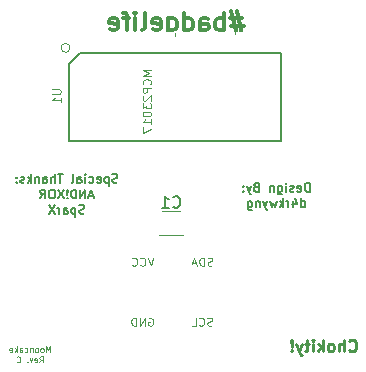
<source format=gbo>
G04 #@! TF.FileFunction,Legend,Bot*
%FSLAX46Y46*%
G04 Gerber Fmt 4.6, Leading zero omitted, Abs format (unit mm)*
G04 Created by KiCad (PCBNEW 4.0.7) date 06/13/18 11:19:53*
%MOMM*%
%LPD*%
G01*
G04 APERTURE LIST*
%ADD10C,0.100000*%
%ADD11C,0.125000*%
%ADD12C,0.250000*%
%ADD13C,0.187500*%
%ADD14C,0.300000*%
%ADD15C,0.120000*%
%ADD16C,0.152400*%
%ADD17C,0.150000*%
%ADD18C,0.050000*%
%ADD19C,2.100000*%
%ADD20O,2.100000X2.100000*%
%ADD21R,2.400000X2.000000*%
%ADD22R,1.162000X1.543000*%
G04 APERTURE END LIST*
D10*
D11*
X89484780Y-122165890D02*
X89484780Y-121665890D01*
X89318114Y-122023033D01*
X89151447Y-121665890D01*
X89151447Y-122165890D01*
X88841923Y-122165890D02*
X88889542Y-122142081D01*
X88913351Y-122118271D01*
X88937161Y-122070652D01*
X88937161Y-121927795D01*
X88913351Y-121880176D01*
X88889542Y-121856367D01*
X88841923Y-121832557D01*
X88770494Y-121832557D01*
X88722875Y-121856367D01*
X88699066Y-121880176D01*
X88675256Y-121927795D01*
X88675256Y-122070652D01*
X88699066Y-122118271D01*
X88722875Y-122142081D01*
X88770494Y-122165890D01*
X88841923Y-122165890D01*
X88389542Y-122165890D02*
X88437161Y-122142081D01*
X88460970Y-122118271D01*
X88484780Y-122070652D01*
X88484780Y-121927795D01*
X88460970Y-121880176D01*
X88437161Y-121856367D01*
X88389542Y-121832557D01*
X88318113Y-121832557D01*
X88270494Y-121856367D01*
X88246685Y-121880176D01*
X88222875Y-121927795D01*
X88222875Y-122070652D01*
X88246685Y-122118271D01*
X88270494Y-122142081D01*
X88318113Y-122165890D01*
X88389542Y-122165890D01*
X88008589Y-121832557D02*
X88008589Y-122165890D01*
X88008589Y-121880176D02*
X87984780Y-121856367D01*
X87937161Y-121832557D01*
X87865732Y-121832557D01*
X87818113Y-121856367D01*
X87794304Y-121903986D01*
X87794304Y-122165890D01*
X87341923Y-122142081D02*
X87389542Y-122165890D01*
X87484780Y-122165890D01*
X87532399Y-122142081D01*
X87556208Y-122118271D01*
X87580018Y-122070652D01*
X87580018Y-121927795D01*
X87556208Y-121880176D01*
X87532399Y-121856367D01*
X87484780Y-121832557D01*
X87389542Y-121832557D01*
X87341923Y-121856367D01*
X86913352Y-122165890D02*
X86913352Y-121903986D01*
X86937161Y-121856367D01*
X86984780Y-121832557D01*
X87080018Y-121832557D01*
X87127637Y-121856367D01*
X86913352Y-122142081D02*
X86960971Y-122165890D01*
X87080018Y-122165890D01*
X87127637Y-122142081D01*
X87151447Y-122094462D01*
X87151447Y-122046843D01*
X87127637Y-121999224D01*
X87080018Y-121975414D01*
X86960971Y-121975414D01*
X86913352Y-121951605D01*
X86675256Y-122165890D02*
X86675256Y-121665890D01*
X86627637Y-121975414D02*
X86484780Y-122165890D01*
X86484780Y-121832557D02*
X86675256Y-122023033D01*
X86080018Y-122142081D02*
X86127637Y-122165890D01*
X86222875Y-122165890D01*
X86270494Y-122142081D01*
X86294304Y-122094462D01*
X86294304Y-121903986D01*
X86270494Y-121856367D01*
X86222875Y-121832557D01*
X86127637Y-121832557D01*
X86080018Y-121856367D01*
X86056209Y-121903986D01*
X86056209Y-121951605D01*
X86294304Y-121999224D01*
X88591923Y-123040890D02*
X88758590Y-122802795D01*
X88877637Y-123040890D02*
X88877637Y-122540890D01*
X88687161Y-122540890D01*
X88639542Y-122564700D01*
X88615733Y-122588510D01*
X88591923Y-122636129D01*
X88591923Y-122707557D01*
X88615733Y-122755176D01*
X88639542Y-122778986D01*
X88687161Y-122802795D01*
X88877637Y-122802795D01*
X88187161Y-123017081D02*
X88234780Y-123040890D01*
X88330018Y-123040890D01*
X88377637Y-123017081D01*
X88401447Y-122969462D01*
X88401447Y-122778986D01*
X88377637Y-122731367D01*
X88330018Y-122707557D01*
X88234780Y-122707557D01*
X88187161Y-122731367D01*
X88163352Y-122778986D01*
X88163352Y-122826605D01*
X88401447Y-122874224D01*
X87996685Y-122707557D02*
X87877638Y-123040890D01*
X87758590Y-122707557D01*
X87568114Y-122993271D02*
X87544305Y-123017081D01*
X87568114Y-123040890D01*
X87591924Y-123017081D01*
X87568114Y-122993271D01*
X87568114Y-123040890D01*
X86663353Y-122993271D02*
X86687163Y-123017081D01*
X86758591Y-123040890D01*
X86806210Y-123040890D01*
X86877639Y-123017081D01*
X86925258Y-122969462D01*
X86949067Y-122921843D01*
X86972877Y-122826605D01*
X86972877Y-122755176D01*
X86949067Y-122659938D01*
X86925258Y-122612319D01*
X86877639Y-122564700D01*
X86806210Y-122540890D01*
X86758591Y-122540890D01*
X86687163Y-122564700D01*
X86663353Y-122588510D01*
D12*
X114807097Y-122012983D02*
X114854716Y-122060602D01*
X114997573Y-122108221D01*
X115092811Y-122108221D01*
X115235669Y-122060602D01*
X115330907Y-121965364D01*
X115378526Y-121870126D01*
X115426145Y-121679650D01*
X115426145Y-121536792D01*
X115378526Y-121346316D01*
X115330907Y-121251078D01*
X115235669Y-121155840D01*
X115092811Y-121108221D01*
X114997573Y-121108221D01*
X114854716Y-121155840D01*
X114807097Y-121203459D01*
X114378526Y-122108221D02*
X114378526Y-121108221D01*
X113949954Y-122108221D02*
X113949954Y-121584411D01*
X113997573Y-121489173D01*
X114092811Y-121441554D01*
X114235669Y-121441554D01*
X114330907Y-121489173D01*
X114378526Y-121536792D01*
X113330907Y-122108221D02*
X113426145Y-122060602D01*
X113473764Y-122012983D01*
X113521383Y-121917745D01*
X113521383Y-121632030D01*
X113473764Y-121536792D01*
X113426145Y-121489173D01*
X113330907Y-121441554D01*
X113188049Y-121441554D01*
X113092811Y-121489173D01*
X113045192Y-121536792D01*
X112997573Y-121632030D01*
X112997573Y-121917745D01*
X113045192Y-122012983D01*
X113092811Y-122060602D01*
X113188049Y-122108221D01*
X113330907Y-122108221D01*
X112569002Y-122108221D02*
X112569002Y-121108221D01*
X112473764Y-121727269D02*
X112188049Y-122108221D01*
X112188049Y-121441554D02*
X112569002Y-121822507D01*
X111759478Y-122108221D02*
X111759478Y-121441554D01*
X111759478Y-121108221D02*
X111807097Y-121155840D01*
X111759478Y-121203459D01*
X111711859Y-121155840D01*
X111759478Y-121108221D01*
X111759478Y-121203459D01*
X111426145Y-121441554D02*
X111045193Y-121441554D01*
X111283288Y-121108221D02*
X111283288Y-121965364D01*
X111235669Y-122060602D01*
X111140431Y-122108221D01*
X111045193Y-122108221D01*
X110807097Y-121441554D02*
X110569002Y-122108221D01*
X110330906Y-121441554D02*
X110569002Y-122108221D01*
X110664240Y-122346316D01*
X110711859Y-122393935D01*
X110807097Y-122441554D01*
X109949954Y-122012983D02*
X109902335Y-122060602D01*
X109949954Y-122108221D01*
X109997573Y-122060602D01*
X109949954Y-122012983D01*
X109949954Y-122108221D01*
X109949954Y-121727269D02*
X109997573Y-121155840D01*
X109949954Y-121108221D01*
X109902335Y-121155840D01*
X109949954Y-121727269D01*
X109949954Y-121108221D01*
D13*
X111464772Y-108572836D02*
X111464772Y-107822836D01*
X111286200Y-107822836D01*
X111179057Y-107858550D01*
X111107629Y-107929979D01*
X111071914Y-108001407D01*
X111036200Y-108144264D01*
X111036200Y-108251407D01*
X111071914Y-108394264D01*
X111107629Y-108465693D01*
X111179057Y-108537121D01*
X111286200Y-108572836D01*
X111464772Y-108572836D01*
X110429057Y-108537121D02*
X110500486Y-108572836D01*
X110643343Y-108572836D01*
X110714772Y-108537121D01*
X110750486Y-108465693D01*
X110750486Y-108179979D01*
X110714772Y-108108550D01*
X110643343Y-108072836D01*
X110500486Y-108072836D01*
X110429057Y-108108550D01*
X110393343Y-108179979D01*
X110393343Y-108251407D01*
X110750486Y-108322836D01*
X110107629Y-108537121D02*
X110036200Y-108572836D01*
X109893343Y-108572836D01*
X109821915Y-108537121D01*
X109786200Y-108465693D01*
X109786200Y-108429979D01*
X109821915Y-108358550D01*
X109893343Y-108322836D01*
X110000486Y-108322836D01*
X110071915Y-108287121D01*
X110107629Y-108215693D01*
X110107629Y-108179979D01*
X110071915Y-108108550D01*
X110000486Y-108072836D01*
X109893343Y-108072836D01*
X109821915Y-108108550D01*
X109464772Y-108572836D02*
X109464772Y-108072836D01*
X109464772Y-107822836D02*
X109500486Y-107858550D01*
X109464772Y-107894264D01*
X109429057Y-107858550D01*
X109464772Y-107822836D01*
X109464772Y-107894264D01*
X108786200Y-108072836D02*
X108786200Y-108679979D01*
X108821914Y-108751407D01*
X108857629Y-108787121D01*
X108929057Y-108822836D01*
X109036200Y-108822836D01*
X109107629Y-108787121D01*
X108786200Y-108537121D02*
X108857629Y-108572836D01*
X109000486Y-108572836D01*
X109071914Y-108537121D01*
X109107629Y-108501407D01*
X109143343Y-108429979D01*
X109143343Y-108215693D01*
X109107629Y-108144264D01*
X109071914Y-108108550D01*
X109000486Y-108072836D01*
X108857629Y-108072836D01*
X108786200Y-108108550D01*
X108429058Y-108072836D02*
X108429058Y-108572836D01*
X108429058Y-108144264D02*
X108393343Y-108108550D01*
X108321915Y-108072836D01*
X108214772Y-108072836D01*
X108143343Y-108108550D01*
X108107629Y-108179979D01*
X108107629Y-108572836D01*
X106929058Y-108179979D02*
X106821915Y-108215693D01*
X106786200Y-108251407D01*
X106750486Y-108322836D01*
X106750486Y-108429979D01*
X106786200Y-108501407D01*
X106821915Y-108537121D01*
X106893343Y-108572836D01*
X107179058Y-108572836D01*
X107179058Y-107822836D01*
X106929058Y-107822836D01*
X106857629Y-107858550D01*
X106821915Y-107894264D01*
X106786200Y-107965693D01*
X106786200Y-108037121D01*
X106821915Y-108108550D01*
X106857629Y-108144264D01*
X106929058Y-108179979D01*
X107179058Y-108179979D01*
X106500486Y-108072836D02*
X106321915Y-108572836D01*
X106143343Y-108072836D02*
X106321915Y-108572836D01*
X106393343Y-108751407D01*
X106429058Y-108787121D01*
X106500486Y-108822836D01*
X105857629Y-108501407D02*
X105821914Y-108537121D01*
X105857629Y-108572836D01*
X105893343Y-108537121D01*
X105857629Y-108501407D01*
X105857629Y-108572836D01*
X105857629Y-108108550D02*
X105821914Y-108144264D01*
X105857629Y-108179979D01*
X105893343Y-108144264D01*
X105857629Y-108108550D01*
X105857629Y-108179979D01*
X110750485Y-109885336D02*
X110750485Y-109135336D01*
X110750485Y-109849621D02*
X110821914Y-109885336D01*
X110964771Y-109885336D01*
X111036199Y-109849621D01*
X111071914Y-109813907D01*
X111107628Y-109742479D01*
X111107628Y-109528193D01*
X111071914Y-109456764D01*
X111036199Y-109421050D01*
X110964771Y-109385336D01*
X110821914Y-109385336D01*
X110750485Y-109421050D01*
X110071914Y-109385336D02*
X110071914Y-109885336D01*
X110250485Y-109099621D02*
X110429057Y-109635336D01*
X109964771Y-109635336D01*
X109679057Y-109885336D02*
X109679057Y-109385336D01*
X109679057Y-109528193D02*
X109643342Y-109456764D01*
X109607628Y-109421050D01*
X109536199Y-109385336D01*
X109464771Y-109385336D01*
X109214771Y-109885336D02*
X109214771Y-109135336D01*
X109143342Y-109599621D02*
X108929056Y-109885336D01*
X108929056Y-109385336D02*
X109214771Y-109671050D01*
X108679056Y-109385336D02*
X108536199Y-109885336D01*
X108393342Y-109528193D01*
X108250485Y-109885336D01*
X108107628Y-109385336D01*
X107893342Y-109385336D02*
X107714771Y-109885336D01*
X107536199Y-109385336D02*
X107714771Y-109885336D01*
X107786199Y-110063907D01*
X107821914Y-110099621D01*
X107893342Y-110135336D01*
X107250485Y-109385336D02*
X107250485Y-109885336D01*
X107250485Y-109456764D02*
X107214770Y-109421050D01*
X107143342Y-109385336D01*
X107036199Y-109385336D01*
X106964770Y-109421050D01*
X106929056Y-109492479D01*
X106929056Y-109885336D01*
X106250485Y-109385336D02*
X106250485Y-109992479D01*
X106286199Y-110063907D01*
X106321914Y-110099621D01*
X106393342Y-110135336D01*
X106500485Y-110135336D01*
X106571914Y-110099621D01*
X106250485Y-109849621D02*
X106321914Y-109885336D01*
X106464771Y-109885336D01*
X106536199Y-109849621D01*
X106571914Y-109813907D01*
X106607628Y-109742479D01*
X106607628Y-109528193D01*
X106571914Y-109456764D01*
X106536199Y-109421050D01*
X106464771Y-109385336D01*
X106321914Y-109385336D01*
X106250485Y-109421050D01*
X95192314Y-107804671D02*
X95085171Y-107840386D01*
X94906600Y-107840386D01*
X94835171Y-107804671D01*
X94799457Y-107768957D01*
X94763742Y-107697529D01*
X94763742Y-107626100D01*
X94799457Y-107554671D01*
X94835171Y-107518957D01*
X94906600Y-107483243D01*
X95049457Y-107447529D01*
X95120885Y-107411814D01*
X95156600Y-107376100D01*
X95192314Y-107304671D01*
X95192314Y-107233243D01*
X95156600Y-107161814D01*
X95120885Y-107126100D01*
X95049457Y-107090386D01*
X94870885Y-107090386D01*
X94763742Y-107126100D01*
X94442314Y-107340386D02*
X94442314Y-108090386D01*
X94442314Y-107376100D02*
X94370885Y-107340386D01*
X94228028Y-107340386D01*
X94156599Y-107376100D01*
X94120885Y-107411814D01*
X94085171Y-107483243D01*
X94085171Y-107697529D01*
X94120885Y-107768957D01*
X94156599Y-107804671D01*
X94228028Y-107840386D01*
X94370885Y-107840386D01*
X94442314Y-107804671D01*
X93478028Y-107804671D02*
X93549457Y-107840386D01*
X93692314Y-107840386D01*
X93763743Y-107804671D01*
X93799457Y-107733243D01*
X93799457Y-107447529D01*
X93763743Y-107376100D01*
X93692314Y-107340386D01*
X93549457Y-107340386D01*
X93478028Y-107376100D01*
X93442314Y-107447529D01*
X93442314Y-107518957D01*
X93799457Y-107590386D01*
X92799457Y-107804671D02*
X92870886Y-107840386D01*
X93013743Y-107840386D01*
X93085171Y-107804671D01*
X93120886Y-107768957D01*
X93156600Y-107697529D01*
X93156600Y-107483243D01*
X93120886Y-107411814D01*
X93085171Y-107376100D01*
X93013743Y-107340386D01*
X92870886Y-107340386D01*
X92799457Y-107376100D01*
X92478029Y-107840386D02*
X92478029Y-107340386D01*
X92478029Y-107090386D02*
X92513743Y-107126100D01*
X92478029Y-107161814D01*
X92442314Y-107126100D01*
X92478029Y-107090386D01*
X92478029Y-107161814D01*
X91799457Y-107840386D02*
X91799457Y-107447529D01*
X91835171Y-107376100D01*
X91906600Y-107340386D01*
X92049457Y-107340386D01*
X92120886Y-107376100D01*
X91799457Y-107804671D02*
X91870886Y-107840386D01*
X92049457Y-107840386D01*
X92120886Y-107804671D01*
X92156600Y-107733243D01*
X92156600Y-107661814D01*
X92120886Y-107590386D01*
X92049457Y-107554671D01*
X91870886Y-107554671D01*
X91799457Y-107518957D01*
X91335172Y-107840386D02*
X91406600Y-107804671D01*
X91442315Y-107733243D01*
X91442315Y-107090386D01*
X90585171Y-107090386D02*
X90156600Y-107090386D01*
X90370886Y-107840386D02*
X90370886Y-107090386D01*
X89906600Y-107840386D02*
X89906600Y-107090386D01*
X89585171Y-107840386D02*
X89585171Y-107447529D01*
X89620885Y-107376100D01*
X89692314Y-107340386D01*
X89799457Y-107340386D01*
X89870885Y-107376100D01*
X89906600Y-107411814D01*
X88906600Y-107840386D02*
X88906600Y-107447529D01*
X88942314Y-107376100D01*
X89013743Y-107340386D01*
X89156600Y-107340386D01*
X89228029Y-107376100D01*
X88906600Y-107804671D02*
X88978029Y-107840386D01*
X89156600Y-107840386D01*
X89228029Y-107804671D01*
X89263743Y-107733243D01*
X89263743Y-107661814D01*
X89228029Y-107590386D01*
X89156600Y-107554671D01*
X88978029Y-107554671D01*
X88906600Y-107518957D01*
X88549458Y-107340386D02*
X88549458Y-107840386D01*
X88549458Y-107411814D02*
X88513743Y-107376100D01*
X88442315Y-107340386D01*
X88335172Y-107340386D01*
X88263743Y-107376100D01*
X88228029Y-107447529D01*
X88228029Y-107840386D01*
X87870887Y-107840386D02*
X87870887Y-107090386D01*
X87799458Y-107554671D02*
X87585172Y-107840386D01*
X87585172Y-107340386D02*
X87870887Y-107626100D01*
X87299458Y-107804671D02*
X87228029Y-107840386D01*
X87085172Y-107840386D01*
X87013744Y-107804671D01*
X86978029Y-107733243D01*
X86978029Y-107697529D01*
X87013744Y-107626100D01*
X87085172Y-107590386D01*
X87192315Y-107590386D01*
X87263744Y-107554671D01*
X87299458Y-107483243D01*
X87299458Y-107447529D01*
X87263744Y-107376100D01*
X87192315Y-107340386D01*
X87085172Y-107340386D01*
X87013744Y-107376100D01*
X86656601Y-107768957D02*
X86620886Y-107804671D01*
X86656601Y-107840386D01*
X86692315Y-107804671D01*
X86656601Y-107768957D01*
X86656601Y-107840386D01*
X86656601Y-107376100D02*
X86620886Y-107411814D01*
X86656601Y-107447529D01*
X86692315Y-107411814D01*
X86656601Y-107376100D01*
X86656601Y-107447529D01*
X93156600Y-108938600D02*
X92799457Y-108938600D01*
X93228028Y-109152886D02*
X92978028Y-108402886D01*
X92728028Y-109152886D01*
X92478029Y-109152886D02*
X92478029Y-108402886D01*
X92049457Y-109152886D01*
X92049457Y-108402886D01*
X91692315Y-109152886D02*
X91692315Y-108402886D01*
X91513743Y-108402886D01*
X91406600Y-108438600D01*
X91335172Y-108510029D01*
X91299457Y-108581457D01*
X91263743Y-108724314D01*
X91263743Y-108831457D01*
X91299457Y-108974314D01*
X91335172Y-109045743D01*
X91406600Y-109117171D01*
X91513743Y-109152886D01*
X91692315Y-109152886D01*
X90942315Y-109081457D02*
X90906600Y-109117171D01*
X90942315Y-109152886D01*
X90978029Y-109117171D01*
X90942315Y-109081457D01*
X90942315Y-109152886D01*
X90942315Y-108867171D02*
X90978029Y-108438600D01*
X90942315Y-108402886D01*
X90906600Y-108438600D01*
X90942315Y-108867171D01*
X90942315Y-108402886D01*
X90656600Y-108402886D02*
X90156600Y-109152886D01*
X90156600Y-108402886D02*
X90656600Y-109152886D01*
X89728028Y-108402886D02*
X89585171Y-108402886D01*
X89513743Y-108438600D01*
X89442314Y-108510029D01*
X89406600Y-108652886D01*
X89406600Y-108902886D01*
X89442314Y-109045743D01*
X89513743Y-109117171D01*
X89585171Y-109152886D01*
X89728028Y-109152886D01*
X89799457Y-109117171D01*
X89870886Y-109045743D01*
X89906600Y-108902886D01*
X89906600Y-108652886D01*
X89870886Y-108510029D01*
X89799457Y-108438600D01*
X89728028Y-108402886D01*
X88656600Y-109152886D02*
X88906600Y-108795743D01*
X89085172Y-109152886D02*
X89085172Y-108402886D01*
X88799457Y-108402886D01*
X88728029Y-108438600D01*
X88692314Y-108474314D01*
X88656600Y-108545743D01*
X88656600Y-108652886D01*
X88692314Y-108724314D01*
X88728029Y-108760029D01*
X88799457Y-108795743D01*
X89085172Y-108795743D01*
X92388743Y-110429671D02*
X92281600Y-110465386D01*
X92103029Y-110465386D01*
X92031600Y-110429671D01*
X91995886Y-110393957D01*
X91960171Y-110322529D01*
X91960171Y-110251100D01*
X91995886Y-110179671D01*
X92031600Y-110143957D01*
X92103029Y-110108243D01*
X92245886Y-110072529D01*
X92317314Y-110036814D01*
X92353029Y-110001100D01*
X92388743Y-109929671D01*
X92388743Y-109858243D01*
X92353029Y-109786814D01*
X92317314Y-109751100D01*
X92245886Y-109715386D01*
X92067314Y-109715386D01*
X91960171Y-109751100D01*
X91638743Y-109965386D02*
X91638743Y-110715386D01*
X91638743Y-110001100D02*
X91567314Y-109965386D01*
X91424457Y-109965386D01*
X91353028Y-110001100D01*
X91317314Y-110036814D01*
X91281600Y-110108243D01*
X91281600Y-110322529D01*
X91317314Y-110393957D01*
X91353028Y-110429671D01*
X91424457Y-110465386D01*
X91567314Y-110465386D01*
X91638743Y-110429671D01*
X90638743Y-110465386D02*
X90638743Y-110072529D01*
X90674457Y-110001100D01*
X90745886Y-109965386D01*
X90888743Y-109965386D01*
X90960172Y-110001100D01*
X90638743Y-110429671D02*
X90710172Y-110465386D01*
X90888743Y-110465386D01*
X90960172Y-110429671D01*
X90995886Y-110358243D01*
X90995886Y-110286814D01*
X90960172Y-110215386D01*
X90888743Y-110179671D01*
X90710172Y-110179671D01*
X90638743Y-110143957D01*
X90281601Y-110465386D02*
X90281601Y-109965386D01*
X90281601Y-110108243D02*
X90245886Y-110036814D01*
X90210172Y-110001100D01*
X90138743Y-109965386D01*
X90067315Y-109965386D01*
X89888743Y-109715386D02*
X89388743Y-110465386D01*
X89388743Y-109715386D02*
X89888743Y-110465386D01*
D14*
X105779817Y-93922731D02*
X104708388Y-93922731D01*
X105351245Y-93279874D02*
X105779817Y-95208446D01*
X104851245Y-94565589D02*
X105922674Y-94565589D01*
X105279817Y-95208446D02*
X104851245Y-93279874D01*
X104208388Y-94922731D02*
X104208388Y-93422731D01*
X104208388Y-93994160D02*
X104065531Y-93922731D01*
X103779817Y-93922731D01*
X103636960Y-93994160D01*
X103565531Y-94065589D01*
X103494102Y-94208446D01*
X103494102Y-94637017D01*
X103565531Y-94779874D01*
X103636960Y-94851303D01*
X103779817Y-94922731D01*
X104065531Y-94922731D01*
X104208388Y-94851303D01*
X102208388Y-94922731D02*
X102208388Y-94137017D01*
X102279817Y-93994160D01*
X102422674Y-93922731D01*
X102708388Y-93922731D01*
X102851245Y-93994160D01*
X102208388Y-94851303D02*
X102351245Y-94922731D01*
X102708388Y-94922731D01*
X102851245Y-94851303D01*
X102922674Y-94708446D01*
X102922674Y-94565589D01*
X102851245Y-94422731D01*
X102708388Y-94351303D01*
X102351245Y-94351303D01*
X102208388Y-94279874D01*
X100851245Y-94922731D02*
X100851245Y-93422731D01*
X100851245Y-94851303D02*
X100994102Y-94922731D01*
X101279816Y-94922731D01*
X101422674Y-94851303D01*
X101494102Y-94779874D01*
X101565531Y-94637017D01*
X101565531Y-94208446D01*
X101494102Y-94065589D01*
X101422674Y-93994160D01*
X101279816Y-93922731D01*
X100994102Y-93922731D01*
X100851245Y-93994160D01*
X99494102Y-93922731D02*
X99494102Y-95137017D01*
X99565531Y-95279874D01*
X99636959Y-95351303D01*
X99779816Y-95422731D01*
X99994102Y-95422731D01*
X100136959Y-95351303D01*
X99494102Y-94851303D02*
X99636959Y-94922731D01*
X99922673Y-94922731D01*
X100065531Y-94851303D01*
X100136959Y-94779874D01*
X100208388Y-94637017D01*
X100208388Y-94208446D01*
X100136959Y-94065589D01*
X100065531Y-93994160D01*
X99922673Y-93922731D01*
X99636959Y-93922731D01*
X99494102Y-93994160D01*
X98208388Y-94851303D02*
X98351245Y-94922731D01*
X98636959Y-94922731D01*
X98779816Y-94851303D01*
X98851245Y-94708446D01*
X98851245Y-94137017D01*
X98779816Y-93994160D01*
X98636959Y-93922731D01*
X98351245Y-93922731D01*
X98208388Y-93994160D01*
X98136959Y-94137017D01*
X98136959Y-94279874D01*
X98851245Y-94422731D01*
X97279816Y-94922731D02*
X97422674Y-94851303D01*
X97494102Y-94708446D01*
X97494102Y-93422731D01*
X96708388Y-94922731D02*
X96708388Y-93922731D01*
X96708388Y-93422731D02*
X96779817Y-93494160D01*
X96708388Y-93565589D01*
X96636960Y-93494160D01*
X96708388Y-93422731D01*
X96708388Y-93565589D01*
X96208388Y-93922731D02*
X95636959Y-93922731D01*
X95994102Y-94922731D02*
X95994102Y-93637017D01*
X95922674Y-93494160D01*
X95779816Y-93422731D01*
X95636959Y-93422731D01*
X94565531Y-94851303D02*
X94708388Y-94922731D01*
X94994102Y-94922731D01*
X95136959Y-94851303D01*
X95208388Y-94708446D01*
X95208388Y-94137017D01*
X95136959Y-93994160D01*
X94994102Y-93922731D01*
X94708388Y-93922731D01*
X94565531Y-93994160D01*
X94494102Y-94137017D01*
X94494102Y-94279874D01*
X95208388Y-94422731D01*
D15*
X98745800Y-110232000D02*
X100745800Y-110232000D01*
X100745800Y-112272000D02*
X98745800Y-112272000D01*
D16*
X91126000Y-104334000D02*
X91126000Y-97736030D01*
X91126000Y-97736030D02*
X92028030Y-96834000D01*
X92028030Y-96834000D02*
X109026000Y-96834000D01*
X109026000Y-96834000D02*
X109026000Y-104334000D01*
X109026000Y-104334000D02*
X91126000Y-104334000D01*
D10*
X91182000Y-96409000D02*
G75*
G03X91182000Y-96409000I-381000J0D01*
G01*
X103227240Y-114827173D02*
X103127240Y-114860507D01*
X102960573Y-114860507D01*
X102893906Y-114827173D01*
X102860573Y-114793840D01*
X102827240Y-114727173D01*
X102827240Y-114660507D01*
X102860573Y-114593840D01*
X102893906Y-114560507D01*
X102960573Y-114527173D01*
X103093906Y-114493840D01*
X103160573Y-114460507D01*
X103193906Y-114427173D01*
X103227240Y-114360507D01*
X103227240Y-114293840D01*
X103193906Y-114227173D01*
X103160573Y-114193840D01*
X103093906Y-114160507D01*
X102927240Y-114160507D01*
X102827240Y-114193840D01*
X102527239Y-114860507D02*
X102527239Y-114160507D01*
X102360573Y-114160507D01*
X102260573Y-114193840D01*
X102193906Y-114260507D01*
X102160573Y-114327173D01*
X102127239Y-114460507D01*
X102127239Y-114560507D01*
X102160573Y-114693840D01*
X102193906Y-114760507D01*
X102260573Y-114827173D01*
X102360573Y-114860507D01*
X102527239Y-114860507D01*
X101860573Y-114660507D02*
X101527239Y-114660507D01*
X101927239Y-114860507D02*
X101693906Y-114160507D01*
X101460573Y-114860507D01*
X103210574Y-119907173D02*
X103110574Y-119940507D01*
X102943907Y-119940507D01*
X102877240Y-119907173D01*
X102843907Y-119873840D01*
X102810574Y-119807173D01*
X102810574Y-119740507D01*
X102843907Y-119673840D01*
X102877240Y-119640507D01*
X102943907Y-119607173D01*
X103077240Y-119573840D01*
X103143907Y-119540507D01*
X103177240Y-119507173D01*
X103210574Y-119440507D01*
X103210574Y-119373840D01*
X103177240Y-119307173D01*
X103143907Y-119273840D01*
X103077240Y-119240507D01*
X102910574Y-119240507D01*
X102810574Y-119273840D01*
X102110573Y-119873840D02*
X102143907Y-119907173D01*
X102243907Y-119940507D01*
X102310573Y-119940507D01*
X102410573Y-119907173D01*
X102477240Y-119840507D01*
X102510573Y-119773840D01*
X102543907Y-119640507D01*
X102543907Y-119540507D01*
X102510573Y-119407173D01*
X102477240Y-119340507D01*
X102410573Y-119273840D01*
X102310573Y-119240507D01*
X102243907Y-119240507D01*
X102143907Y-119273840D01*
X102110573Y-119307173D01*
X101477240Y-119940507D02*
X101810573Y-119940507D01*
X101810573Y-119240507D01*
X97830573Y-119273840D02*
X97897239Y-119240507D01*
X97997239Y-119240507D01*
X98097239Y-119273840D01*
X98163906Y-119340507D01*
X98197239Y-119407173D01*
X98230573Y-119540507D01*
X98230573Y-119640507D01*
X98197239Y-119773840D01*
X98163906Y-119840507D01*
X98097239Y-119907173D01*
X97997239Y-119940507D01*
X97930573Y-119940507D01*
X97830573Y-119907173D01*
X97797239Y-119873840D01*
X97797239Y-119640507D01*
X97930573Y-119640507D01*
X97497239Y-119940507D02*
X97497239Y-119240507D01*
X97097239Y-119940507D01*
X97097239Y-119240507D01*
X96763906Y-119940507D02*
X96763906Y-119240507D01*
X96597240Y-119240507D01*
X96497240Y-119273840D01*
X96430573Y-119340507D01*
X96397240Y-119407173D01*
X96363906Y-119540507D01*
X96363906Y-119640507D01*
X96397240Y-119773840D01*
X96430573Y-119840507D01*
X96497240Y-119907173D01*
X96597240Y-119940507D01*
X96763906Y-119940507D01*
X98230573Y-114160507D02*
X97997240Y-114860507D01*
X97763907Y-114160507D01*
X97130573Y-114793840D02*
X97163907Y-114827173D01*
X97263907Y-114860507D01*
X97330573Y-114860507D01*
X97430573Y-114827173D01*
X97497240Y-114760507D01*
X97530573Y-114693840D01*
X97563907Y-114560507D01*
X97563907Y-114460507D01*
X97530573Y-114327173D01*
X97497240Y-114260507D01*
X97430573Y-114193840D01*
X97330573Y-114160507D01*
X97263907Y-114160507D01*
X97163907Y-114193840D01*
X97130573Y-114227173D01*
X96430573Y-114793840D02*
X96463907Y-114827173D01*
X96563907Y-114860507D01*
X96630573Y-114860507D01*
X96730573Y-114827173D01*
X96797240Y-114760507D01*
X96830573Y-114693840D01*
X96863907Y-114560507D01*
X96863907Y-114460507D01*
X96830573Y-114327173D01*
X96797240Y-114260507D01*
X96730573Y-114193840D01*
X96630573Y-114160507D01*
X96563907Y-114160507D01*
X96463907Y-114193840D01*
X96430573Y-114227173D01*
D17*
X99912466Y-109859143D02*
X99960085Y-109906762D01*
X100102942Y-109954381D01*
X100198180Y-109954381D01*
X100341038Y-109906762D01*
X100436276Y-109811524D01*
X100483895Y-109716286D01*
X100531514Y-109525810D01*
X100531514Y-109382952D01*
X100483895Y-109192476D01*
X100436276Y-109097238D01*
X100341038Y-109002000D01*
X100198180Y-108954381D01*
X100102942Y-108954381D01*
X99960085Y-109002000D01*
X99912466Y-109049619D01*
X98960085Y-109954381D02*
X99531514Y-109954381D01*
X99245800Y-109954381D02*
X99245800Y-108954381D01*
X99341038Y-109097238D01*
X99436276Y-109192476D01*
X99531514Y-109240095D01*
D18*
X89684433Y-99921191D02*
X90253219Y-99921191D01*
X90320135Y-99954649D01*
X90353593Y-99988107D01*
X90387051Y-100055023D01*
X90387051Y-100188855D01*
X90353593Y-100255771D01*
X90320135Y-100289229D01*
X90253219Y-100322687D01*
X89684433Y-100322687D01*
X90387051Y-101025305D02*
X90387051Y-100623809D01*
X90387051Y-100824557D02*
X89684433Y-100824557D01*
X89784807Y-100757641D01*
X89851723Y-100690725D01*
X89885181Y-100623809D01*
X98037880Y-98295560D02*
X97336059Y-98295560D01*
X97837360Y-98529501D01*
X97336059Y-98763441D01*
X98037880Y-98763441D01*
X97971040Y-99498682D02*
X98004460Y-99465262D01*
X98037880Y-99365002D01*
X98037880Y-99298162D01*
X98004460Y-99197901D01*
X97937620Y-99131061D01*
X97870780Y-99097641D01*
X97737100Y-99064221D01*
X97636839Y-99064221D01*
X97503159Y-99097641D01*
X97436319Y-99131061D01*
X97369479Y-99197901D01*
X97336059Y-99298162D01*
X97336059Y-99365002D01*
X97369479Y-99465262D01*
X97402899Y-99498682D01*
X98037880Y-99799462D02*
X97336059Y-99799462D01*
X97336059Y-100066823D01*
X97369479Y-100133663D01*
X97402899Y-100167083D01*
X97469739Y-100200503D01*
X97569999Y-100200503D01*
X97636839Y-100167083D01*
X97670259Y-100133663D01*
X97703679Y-100066823D01*
X97703679Y-99799462D01*
X97402899Y-100467863D02*
X97369479Y-100501283D01*
X97336059Y-100568123D01*
X97336059Y-100735224D01*
X97369479Y-100802064D01*
X97402899Y-100835484D01*
X97469739Y-100868904D01*
X97536579Y-100868904D01*
X97636839Y-100835484D01*
X98037880Y-100434443D01*
X98037880Y-100868904D01*
X97336059Y-101102844D02*
X97336059Y-101537305D01*
X97603419Y-101303364D01*
X97603419Y-101403625D01*
X97636839Y-101470465D01*
X97670259Y-101503885D01*
X97737100Y-101537305D01*
X97904200Y-101537305D01*
X97971040Y-101503885D01*
X98004460Y-101470465D01*
X98037880Y-101403625D01*
X98037880Y-101203104D01*
X98004460Y-101136264D01*
X97971040Y-101102844D01*
X97336059Y-101971765D02*
X97336059Y-102038606D01*
X97369479Y-102105446D01*
X97402899Y-102138866D01*
X97469739Y-102172286D01*
X97603419Y-102205706D01*
X97770520Y-102205706D01*
X97904200Y-102172286D01*
X97971040Y-102138866D01*
X98004460Y-102105446D01*
X98037880Y-102038606D01*
X98037880Y-101971765D01*
X98004460Y-101904925D01*
X97971040Y-101871505D01*
X97904200Y-101838085D01*
X97770520Y-101804665D01*
X97603419Y-101804665D01*
X97469739Y-101838085D01*
X97402899Y-101871505D01*
X97369479Y-101904925D01*
X97336059Y-101971765D01*
X98037880Y-102874107D02*
X98037880Y-102473066D01*
X98037880Y-102673586D02*
X97336059Y-102673586D01*
X97436319Y-102606746D01*
X97503159Y-102539906D01*
X97536579Y-102473066D01*
X97336059Y-103108047D02*
X97336059Y-103575928D01*
X98037880Y-103275147D01*
%LPC*%
D19*
X101107240Y-115813840D03*
D20*
X101107240Y-118353840D03*
X98567240Y-115813840D03*
X98567240Y-118353840D03*
D10*
G36*
X118360280Y-108754796D02*
X119845204Y-110239720D01*
X118148148Y-111936776D01*
X116663224Y-110451852D01*
X118360280Y-108754796D01*
X118360280Y-108754796D01*
G37*
G36*
X115531852Y-111583224D02*
X117016776Y-113068148D01*
X115319720Y-114765204D01*
X113834796Y-113280280D01*
X115531852Y-111583224D01*
X115531852Y-111583224D01*
G37*
G36*
X112502895Y-114568359D02*
X113221137Y-116541713D01*
X110965875Y-117362561D01*
X110247633Y-115389207D01*
X112502895Y-114568359D01*
X112502895Y-114568359D01*
G37*
G36*
X108744125Y-115936439D02*
X109462367Y-117909793D01*
X107207105Y-118730641D01*
X106488863Y-116757287D01*
X108744125Y-115936439D01*
X108744125Y-115936439D01*
G37*
G36*
X120182572Y-100952011D02*
X122262135Y-101244274D01*
X121928120Y-103620917D01*
X119848557Y-103328654D01*
X120182572Y-100952011D01*
X120182572Y-100952011D01*
G37*
G36*
X119625880Y-104913083D02*
X121705443Y-105205346D01*
X121371428Y-107581989D01*
X119291865Y-107289726D01*
X119625880Y-104913083D01*
X119625880Y-104913083D01*
G37*
G36*
X116823596Y-93679513D02*
X118677786Y-92693623D01*
X119804518Y-94812697D01*
X117950328Y-95798587D01*
X116823596Y-93679513D01*
X116823596Y-93679513D01*
G37*
G36*
X118701482Y-97211303D02*
X120555672Y-96225413D01*
X121682404Y-98344487D01*
X119828214Y-99330377D01*
X118701482Y-97211303D01*
X118701482Y-97211303D01*
G37*
G36*
X110568458Y-89194665D02*
X111772969Y-87474446D01*
X113738934Y-88851029D01*
X112534423Y-90571248D01*
X110568458Y-89194665D01*
X110568458Y-89194665D01*
G37*
G36*
X113845066Y-91488971D02*
X115049577Y-89768752D01*
X117015542Y-91145335D01*
X115811031Y-92865554D01*
X113845066Y-91488971D01*
X113845066Y-91488971D01*
G37*
G36*
X89622281Y-86898673D02*
X90672281Y-88717327D01*
X88593821Y-89917327D01*
X87543821Y-88098673D01*
X89622281Y-86898673D01*
X89622281Y-86898673D01*
G37*
G36*
X86158179Y-88898673D02*
X87208179Y-90717327D01*
X85129719Y-91917327D01*
X84079719Y-90098673D01*
X86158179Y-88898673D01*
X86158179Y-88898673D01*
G37*
G36*
X81462673Y-92207719D02*
X83281327Y-93257719D01*
X82081327Y-95336179D01*
X80262673Y-94286179D01*
X81462673Y-92207719D01*
X81462673Y-92207719D01*
G37*
G36*
X79462673Y-95671821D02*
X81281327Y-96721821D01*
X80081327Y-98800281D01*
X78262673Y-97750281D01*
X79462673Y-95671821D01*
X79462673Y-95671821D01*
G37*
G36*
X77658278Y-100662945D02*
X79726374Y-100298284D01*
X80143130Y-102661823D01*
X78075034Y-103026484D01*
X77658278Y-100662945D01*
X77658278Y-100662945D01*
G37*
G36*
X78352870Y-104602177D02*
X80420966Y-104237516D01*
X80837722Y-106601055D01*
X78769626Y-106965716D01*
X78352870Y-104602177D01*
X78352870Y-104602177D01*
G37*
G36*
X80306796Y-110239720D02*
X81791720Y-108754796D01*
X83488776Y-110451852D01*
X82003852Y-111936776D01*
X80306796Y-110239720D01*
X80306796Y-110239720D01*
G37*
G36*
X83135224Y-113068148D02*
X84620148Y-111583224D01*
X86317204Y-113280280D01*
X84832280Y-114765204D01*
X83135224Y-113068148D01*
X83135224Y-113068148D01*
G37*
G36*
X88073863Y-116732213D02*
X88792105Y-114758859D01*
X91047367Y-115579707D01*
X90329125Y-117553061D01*
X88073863Y-116732213D01*
X88073863Y-116732213D01*
G37*
G36*
X91832633Y-118100293D02*
X92550875Y-116126939D01*
X94806137Y-116947787D01*
X94087895Y-118921141D01*
X91832633Y-118100293D01*
X91832633Y-118100293D01*
G37*
D21*
X101745800Y-111252000D03*
X97745800Y-111252000D03*
D22*
X91821000Y-95834200D03*
X93091000Y-95834200D03*
X94361000Y-95834200D03*
X95631000Y-95834200D03*
X96901000Y-95834200D03*
X98171000Y-95834200D03*
X99441000Y-95834200D03*
X100711000Y-95834200D03*
X101981000Y-95834200D03*
X103251000Y-95834200D03*
X105791000Y-95834200D03*
X104521000Y-95834200D03*
X107061000Y-95834200D03*
X108331000Y-95834200D03*
X108331000Y-105359200D03*
X107061000Y-105359200D03*
X105791000Y-105359200D03*
X104521000Y-105359200D03*
X103251000Y-105359200D03*
X101981000Y-105359200D03*
X100711000Y-105359200D03*
X99441000Y-105359200D03*
X98171000Y-105359200D03*
X96901000Y-105359200D03*
X95631000Y-105359200D03*
X94361000Y-105359200D03*
X93091000Y-105359200D03*
X91821000Y-105359200D03*
M02*

</source>
